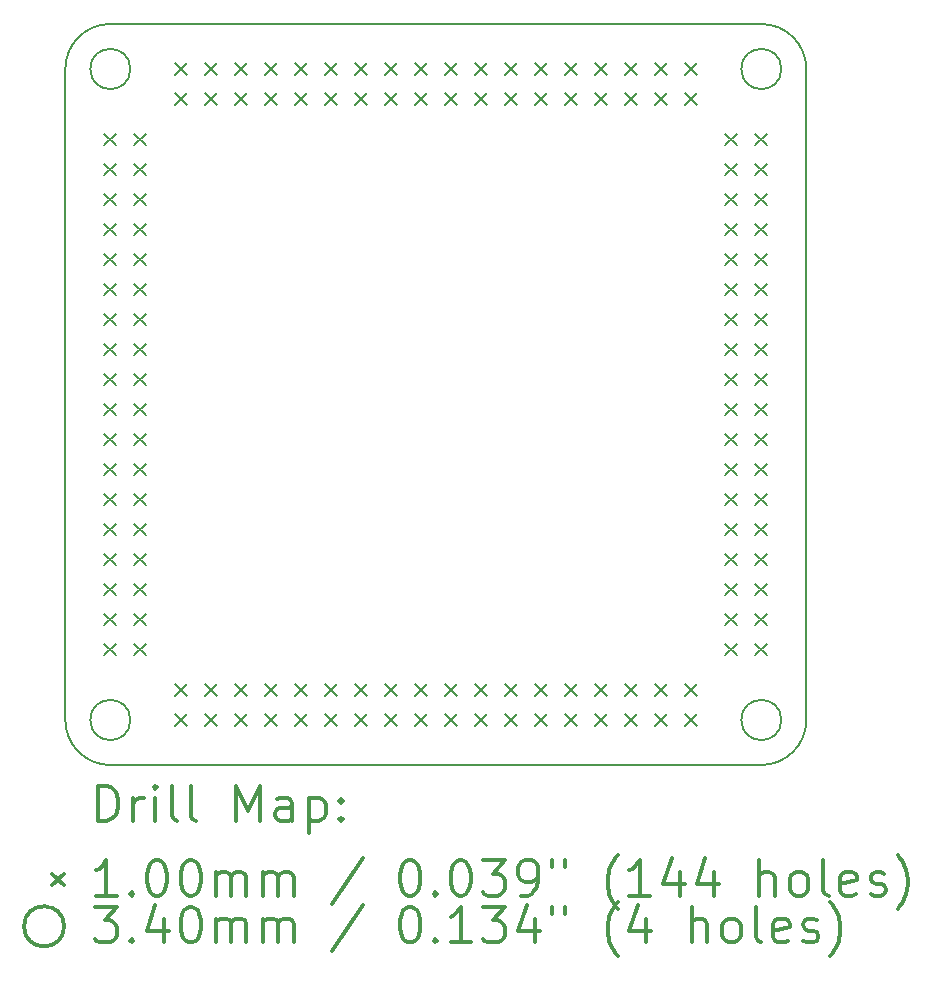
<source format=gbr>
%FSLAX45Y45*%
G04 Gerber Fmt 4.5, Leading zero omitted, Abs format (unit mm)*
G04 Created by KiCad (PCBNEW (5.0.2)-1) date 01/06/19 22:13:31*
%MOMM*%
%LPD*%
G01*
G04 APERTURE LIST*
%ADD10C,0.200000*%
%ADD11C,0.300000*%
G04 APERTURE END LIST*
D10*
X12382500Y-11315700D02*
X12382500Y-5803900D01*
X6489700Y-11696700D02*
X12001500Y-11696700D01*
X6108700Y-5803900D02*
X6108700Y-11315700D01*
X12001500Y-5422900D02*
X6489700Y-5422900D01*
X12001500Y-5422900D02*
G75*
G02X12382500Y-5803900I0J-381000D01*
G01*
X12382500Y-11315700D02*
G75*
G02X12001500Y-11696700I-381000J0D01*
G01*
X6489700Y-11696700D02*
G75*
G02X6108700Y-11315700I0J381000D01*
G01*
X6108700Y-5803900D02*
G75*
G02X6489700Y-5422900I381000J0D01*
G01*
D10*
X6439700Y-6350800D02*
X6539700Y-6450800D01*
X6539700Y-6350800D02*
X6439700Y-6450800D01*
X6439700Y-6604800D02*
X6539700Y-6704800D01*
X6539700Y-6604800D02*
X6439700Y-6704800D01*
X6439700Y-6858800D02*
X6539700Y-6958800D01*
X6539700Y-6858800D02*
X6439700Y-6958800D01*
X6439700Y-7112800D02*
X6539700Y-7212800D01*
X6539700Y-7112800D02*
X6439700Y-7212800D01*
X6439700Y-7366800D02*
X6539700Y-7466800D01*
X6539700Y-7366800D02*
X6439700Y-7466800D01*
X6439700Y-7620800D02*
X6539700Y-7720800D01*
X6539700Y-7620800D02*
X6439700Y-7720800D01*
X6439700Y-7874800D02*
X6539700Y-7974800D01*
X6539700Y-7874800D02*
X6439700Y-7974800D01*
X6439700Y-8128800D02*
X6539700Y-8228800D01*
X6539700Y-8128800D02*
X6439700Y-8228800D01*
X6439700Y-8382800D02*
X6539700Y-8482800D01*
X6539700Y-8382800D02*
X6439700Y-8482800D01*
X6439700Y-8636800D02*
X6539700Y-8736800D01*
X6539700Y-8636800D02*
X6439700Y-8736800D01*
X6439700Y-8890800D02*
X6539700Y-8990800D01*
X6539700Y-8890800D02*
X6439700Y-8990800D01*
X6439700Y-9144800D02*
X6539700Y-9244800D01*
X6539700Y-9144800D02*
X6439700Y-9244800D01*
X6439700Y-9398800D02*
X6539700Y-9498800D01*
X6539700Y-9398800D02*
X6439700Y-9498800D01*
X6439700Y-9652800D02*
X6539700Y-9752800D01*
X6539700Y-9652800D02*
X6439700Y-9752800D01*
X6439700Y-9906800D02*
X6539700Y-10006800D01*
X6539700Y-9906800D02*
X6439700Y-10006800D01*
X6439700Y-10160800D02*
X6539700Y-10260800D01*
X6539700Y-10160800D02*
X6439700Y-10260800D01*
X6439700Y-10414800D02*
X6539700Y-10514800D01*
X6539700Y-10414800D02*
X6439700Y-10514800D01*
X6439700Y-10668800D02*
X6539700Y-10768800D01*
X6539700Y-10668800D02*
X6439700Y-10768800D01*
X6693700Y-6350800D02*
X6793700Y-6450800D01*
X6793700Y-6350800D02*
X6693700Y-6450800D01*
X6693700Y-6604800D02*
X6793700Y-6704800D01*
X6793700Y-6604800D02*
X6693700Y-6704800D01*
X6693700Y-6858800D02*
X6793700Y-6958800D01*
X6793700Y-6858800D02*
X6693700Y-6958800D01*
X6693700Y-7112800D02*
X6793700Y-7212800D01*
X6793700Y-7112800D02*
X6693700Y-7212800D01*
X6693700Y-7366800D02*
X6793700Y-7466800D01*
X6793700Y-7366800D02*
X6693700Y-7466800D01*
X6693700Y-7620800D02*
X6793700Y-7720800D01*
X6793700Y-7620800D02*
X6693700Y-7720800D01*
X6693700Y-7874800D02*
X6793700Y-7974800D01*
X6793700Y-7874800D02*
X6693700Y-7974800D01*
X6693700Y-8128800D02*
X6793700Y-8228800D01*
X6793700Y-8128800D02*
X6693700Y-8228800D01*
X6693700Y-8382800D02*
X6793700Y-8482800D01*
X6793700Y-8382800D02*
X6693700Y-8482800D01*
X6693700Y-8636800D02*
X6793700Y-8736800D01*
X6793700Y-8636800D02*
X6693700Y-8736800D01*
X6693700Y-8890800D02*
X6793700Y-8990800D01*
X6793700Y-8890800D02*
X6693700Y-8990800D01*
X6693700Y-9144800D02*
X6793700Y-9244800D01*
X6793700Y-9144800D02*
X6693700Y-9244800D01*
X6693700Y-9398800D02*
X6793700Y-9498800D01*
X6793700Y-9398800D02*
X6693700Y-9498800D01*
X6693700Y-9652800D02*
X6793700Y-9752800D01*
X6793700Y-9652800D02*
X6693700Y-9752800D01*
X6693700Y-9906800D02*
X6793700Y-10006800D01*
X6793700Y-9906800D02*
X6693700Y-10006800D01*
X6693700Y-10160800D02*
X6793700Y-10260800D01*
X6793700Y-10160800D02*
X6693700Y-10260800D01*
X6693700Y-10414800D02*
X6793700Y-10514800D01*
X6793700Y-10414800D02*
X6693700Y-10514800D01*
X6693700Y-10668800D02*
X6793700Y-10768800D01*
X6793700Y-10668800D02*
X6693700Y-10768800D01*
X7036600Y-5753900D02*
X7136600Y-5853900D01*
X7136600Y-5753900D02*
X7036600Y-5853900D01*
X7036600Y-6007900D02*
X7136600Y-6107900D01*
X7136600Y-6007900D02*
X7036600Y-6107900D01*
X7290600Y-5753900D02*
X7390600Y-5853900D01*
X7390600Y-5753900D02*
X7290600Y-5853900D01*
X7290600Y-6007900D02*
X7390600Y-6107900D01*
X7390600Y-6007900D02*
X7290600Y-6107900D01*
X7544600Y-5753900D02*
X7644600Y-5853900D01*
X7644600Y-5753900D02*
X7544600Y-5853900D01*
X7544600Y-6007900D02*
X7644600Y-6107900D01*
X7644600Y-6007900D02*
X7544600Y-6107900D01*
X7798600Y-5753900D02*
X7898600Y-5853900D01*
X7898600Y-5753900D02*
X7798600Y-5853900D01*
X7798600Y-6007900D02*
X7898600Y-6107900D01*
X7898600Y-6007900D02*
X7798600Y-6107900D01*
X8052600Y-5753900D02*
X8152600Y-5853900D01*
X8152600Y-5753900D02*
X8052600Y-5853900D01*
X8052600Y-6007900D02*
X8152600Y-6107900D01*
X8152600Y-6007900D02*
X8052600Y-6107900D01*
X8306600Y-5753900D02*
X8406600Y-5853900D01*
X8406600Y-5753900D02*
X8306600Y-5853900D01*
X8306600Y-6007900D02*
X8406600Y-6107900D01*
X8406600Y-6007900D02*
X8306600Y-6107900D01*
X8560600Y-5753900D02*
X8660600Y-5853900D01*
X8660600Y-5753900D02*
X8560600Y-5853900D01*
X8560600Y-6007900D02*
X8660600Y-6107900D01*
X8660600Y-6007900D02*
X8560600Y-6107900D01*
X8814600Y-5753900D02*
X8914600Y-5853900D01*
X8914600Y-5753900D02*
X8814600Y-5853900D01*
X8814600Y-6007900D02*
X8914600Y-6107900D01*
X8914600Y-6007900D02*
X8814600Y-6107900D01*
X9068600Y-5753900D02*
X9168600Y-5853900D01*
X9168600Y-5753900D02*
X9068600Y-5853900D01*
X9068600Y-6007900D02*
X9168600Y-6107900D01*
X9168600Y-6007900D02*
X9068600Y-6107900D01*
X9322600Y-5753900D02*
X9422600Y-5853900D01*
X9422600Y-5753900D02*
X9322600Y-5853900D01*
X9322600Y-6007900D02*
X9422600Y-6107900D01*
X9422600Y-6007900D02*
X9322600Y-6107900D01*
X9576600Y-5753900D02*
X9676600Y-5853900D01*
X9676600Y-5753900D02*
X9576600Y-5853900D01*
X9576600Y-6007900D02*
X9676600Y-6107900D01*
X9676600Y-6007900D02*
X9576600Y-6107900D01*
X9830600Y-5753900D02*
X9930600Y-5853900D01*
X9930600Y-5753900D02*
X9830600Y-5853900D01*
X9830600Y-6007900D02*
X9930600Y-6107900D01*
X9930600Y-6007900D02*
X9830600Y-6107900D01*
X10084600Y-5753900D02*
X10184600Y-5853900D01*
X10184600Y-5753900D02*
X10084600Y-5853900D01*
X10084600Y-6007900D02*
X10184600Y-6107900D01*
X10184600Y-6007900D02*
X10084600Y-6107900D01*
X10338600Y-5753900D02*
X10438600Y-5853900D01*
X10438600Y-5753900D02*
X10338600Y-5853900D01*
X10338600Y-6007900D02*
X10438600Y-6107900D01*
X10438600Y-6007900D02*
X10338600Y-6107900D01*
X10592600Y-5753900D02*
X10692600Y-5853900D01*
X10692600Y-5753900D02*
X10592600Y-5853900D01*
X10592600Y-6007900D02*
X10692600Y-6107900D01*
X10692600Y-6007900D02*
X10592600Y-6107900D01*
X10846600Y-5753900D02*
X10946600Y-5853900D01*
X10946600Y-5753900D02*
X10846600Y-5853900D01*
X10846600Y-6007900D02*
X10946600Y-6107900D01*
X10946600Y-6007900D02*
X10846600Y-6107900D01*
X11100600Y-5753900D02*
X11200600Y-5853900D01*
X11200600Y-5753900D02*
X11100600Y-5853900D01*
X11100600Y-6007900D02*
X11200600Y-6107900D01*
X11200600Y-6007900D02*
X11100600Y-6107900D01*
X11354600Y-5753900D02*
X11454600Y-5853900D01*
X11454600Y-5753900D02*
X11354600Y-5853900D01*
X11354600Y-6007900D02*
X11454600Y-6107900D01*
X11454600Y-6007900D02*
X11354600Y-6107900D01*
X11697500Y-6350800D02*
X11797500Y-6450800D01*
X11797500Y-6350800D02*
X11697500Y-6450800D01*
X11697500Y-6604800D02*
X11797500Y-6704800D01*
X11797500Y-6604800D02*
X11697500Y-6704800D01*
X11697500Y-6858800D02*
X11797500Y-6958800D01*
X11797500Y-6858800D02*
X11697500Y-6958800D01*
X11697500Y-7112800D02*
X11797500Y-7212800D01*
X11797500Y-7112800D02*
X11697500Y-7212800D01*
X11697500Y-7366800D02*
X11797500Y-7466800D01*
X11797500Y-7366800D02*
X11697500Y-7466800D01*
X11697500Y-7620800D02*
X11797500Y-7720800D01*
X11797500Y-7620800D02*
X11697500Y-7720800D01*
X11697500Y-7874800D02*
X11797500Y-7974800D01*
X11797500Y-7874800D02*
X11697500Y-7974800D01*
X11697500Y-8128800D02*
X11797500Y-8228800D01*
X11797500Y-8128800D02*
X11697500Y-8228800D01*
X11697500Y-8382800D02*
X11797500Y-8482800D01*
X11797500Y-8382800D02*
X11697500Y-8482800D01*
X11697500Y-8636800D02*
X11797500Y-8736800D01*
X11797500Y-8636800D02*
X11697500Y-8736800D01*
X11697500Y-8890800D02*
X11797500Y-8990800D01*
X11797500Y-8890800D02*
X11697500Y-8990800D01*
X11697500Y-9144800D02*
X11797500Y-9244800D01*
X11797500Y-9144800D02*
X11697500Y-9244800D01*
X11697500Y-9398800D02*
X11797500Y-9498800D01*
X11797500Y-9398800D02*
X11697500Y-9498800D01*
X11697500Y-9652800D02*
X11797500Y-9752800D01*
X11797500Y-9652800D02*
X11697500Y-9752800D01*
X11697500Y-9906800D02*
X11797500Y-10006800D01*
X11797500Y-9906800D02*
X11697500Y-10006800D01*
X11697500Y-10160800D02*
X11797500Y-10260800D01*
X11797500Y-10160800D02*
X11697500Y-10260800D01*
X11697500Y-10414800D02*
X11797500Y-10514800D01*
X11797500Y-10414800D02*
X11697500Y-10514800D01*
X11697500Y-10668800D02*
X11797500Y-10768800D01*
X11797500Y-10668800D02*
X11697500Y-10768800D01*
X11951500Y-6350800D02*
X12051500Y-6450800D01*
X12051500Y-6350800D02*
X11951500Y-6450800D01*
X11951500Y-6604800D02*
X12051500Y-6704800D01*
X12051500Y-6604800D02*
X11951500Y-6704800D01*
X11951500Y-6858800D02*
X12051500Y-6958800D01*
X12051500Y-6858800D02*
X11951500Y-6958800D01*
X11951500Y-7112800D02*
X12051500Y-7212800D01*
X12051500Y-7112800D02*
X11951500Y-7212800D01*
X11951500Y-7366800D02*
X12051500Y-7466800D01*
X12051500Y-7366800D02*
X11951500Y-7466800D01*
X11951500Y-7620800D02*
X12051500Y-7720800D01*
X12051500Y-7620800D02*
X11951500Y-7720800D01*
X11951500Y-7874800D02*
X12051500Y-7974800D01*
X12051500Y-7874800D02*
X11951500Y-7974800D01*
X11951500Y-8128800D02*
X12051500Y-8228800D01*
X12051500Y-8128800D02*
X11951500Y-8228800D01*
X11951500Y-8382800D02*
X12051500Y-8482800D01*
X12051500Y-8382800D02*
X11951500Y-8482800D01*
X11951500Y-8636800D02*
X12051500Y-8736800D01*
X12051500Y-8636800D02*
X11951500Y-8736800D01*
X11951500Y-8890800D02*
X12051500Y-8990800D01*
X12051500Y-8890800D02*
X11951500Y-8990800D01*
X11951500Y-9144800D02*
X12051500Y-9244800D01*
X12051500Y-9144800D02*
X11951500Y-9244800D01*
X11951500Y-9398800D02*
X12051500Y-9498800D01*
X12051500Y-9398800D02*
X11951500Y-9498800D01*
X11951500Y-9652800D02*
X12051500Y-9752800D01*
X12051500Y-9652800D02*
X11951500Y-9752800D01*
X11951500Y-9906800D02*
X12051500Y-10006800D01*
X12051500Y-9906800D02*
X11951500Y-10006800D01*
X11951500Y-10160800D02*
X12051500Y-10260800D01*
X12051500Y-10160800D02*
X11951500Y-10260800D01*
X11951500Y-10414800D02*
X12051500Y-10514800D01*
X12051500Y-10414800D02*
X11951500Y-10514800D01*
X11951500Y-10668800D02*
X12051500Y-10768800D01*
X12051500Y-10668800D02*
X11951500Y-10768800D01*
X7036600Y-11011700D02*
X7136600Y-11111700D01*
X7136600Y-11011700D02*
X7036600Y-11111700D01*
X7036600Y-11265700D02*
X7136600Y-11365700D01*
X7136600Y-11265700D02*
X7036600Y-11365700D01*
X7290600Y-11011700D02*
X7390600Y-11111700D01*
X7390600Y-11011700D02*
X7290600Y-11111700D01*
X7290600Y-11265700D02*
X7390600Y-11365700D01*
X7390600Y-11265700D02*
X7290600Y-11365700D01*
X7544600Y-11011700D02*
X7644600Y-11111700D01*
X7644600Y-11011700D02*
X7544600Y-11111700D01*
X7544600Y-11265700D02*
X7644600Y-11365700D01*
X7644600Y-11265700D02*
X7544600Y-11365700D01*
X7798600Y-11011700D02*
X7898600Y-11111700D01*
X7898600Y-11011700D02*
X7798600Y-11111700D01*
X7798600Y-11265700D02*
X7898600Y-11365700D01*
X7898600Y-11265700D02*
X7798600Y-11365700D01*
X8052600Y-11011700D02*
X8152600Y-11111700D01*
X8152600Y-11011700D02*
X8052600Y-11111700D01*
X8052600Y-11265700D02*
X8152600Y-11365700D01*
X8152600Y-11265700D02*
X8052600Y-11365700D01*
X8306600Y-11011700D02*
X8406600Y-11111700D01*
X8406600Y-11011700D02*
X8306600Y-11111700D01*
X8306600Y-11265700D02*
X8406600Y-11365700D01*
X8406600Y-11265700D02*
X8306600Y-11365700D01*
X8560600Y-11011700D02*
X8660600Y-11111700D01*
X8660600Y-11011700D02*
X8560600Y-11111700D01*
X8560600Y-11265700D02*
X8660600Y-11365700D01*
X8660600Y-11265700D02*
X8560600Y-11365700D01*
X8814600Y-11011700D02*
X8914600Y-11111700D01*
X8914600Y-11011700D02*
X8814600Y-11111700D01*
X8814600Y-11265700D02*
X8914600Y-11365700D01*
X8914600Y-11265700D02*
X8814600Y-11365700D01*
X9068600Y-11011700D02*
X9168600Y-11111700D01*
X9168600Y-11011700D02*
X9068600Y-11111700D01*
X9068600Y-11265700D02*
X9168600Y-11365700D01*
X9168600Y-11265700D02*
X9068600Y-11365700D01*
X9322600Y-11011700D02*
X9422600Y-11111700D01*
X9422600Y-11011700D02*
X9322600Y-11111700D01*
X9322600Y-11265700D02*
X9422600Y-11365700D01*
X9422600Y-11265700D02*
X9322600Y-11365700D01*
X9576600Y-11011700D02*
X9676600Y-11111700D01*
X9676600Y-11011700D02*
X9576600Y-11111700D01*
X9576600Y-11265700D02*
X9676600Y-11365700D01*
X9676600Y-11265700D02*
X9576600Y-11365700D01*
X9830600Y-11011700D02*
X9930600Y-11111700D01*
X9930600Y-11011700D02*
X9830600Y-11111700D01*
X9830600Y-11265700D02*
X9930600Y-11365700D01*
X9930600Y-11265700D02*
X9830600Y-11365700D01*
X10084600Y-11011700D02*
X10184600Y-11111700D01*
X10184600Y-11011700D02*
X10084600Y-11111700D01*
X10084600Y-11265700D02*
X10184600Y-11365700D01*
X10184600Y-11265700D02*
X10084600Y-11365700D01*
X10338600Y-11011700D02*
X10438600Y-11111700D01*
X10438600Y-11011700D02*
X10338600Y-11111700D01*
X10338600Y-11265700D02*
X10438600Y-11365700D01*
X10438600Y-11265700D02*
X10338600Y-11365700D01*
X10592600Y-11011700D02*
X10692600Y-11111700D01*
X10692600Y-11011700D02*
X10592600Y-11111700D01*
X10592600Y-11265700D02*
X10692600Y-11365700D01*
X10692600Y-11265700D02*
X10592600Y-11365700D01*
X10846600Y-11011700D02*
X10946600Y-11111700D01*
X10946600Y-11011700D02*
X10846600Y-11111700D01*
X10846600Y-11265700D02*
X10946600Y-11365700D01*
X10946600Y-11265700D02*
X10846600Y-11365700D01*
X11100600Y-11011700D02*
X11200600Y-11111700D01*
X11200600Y-11011700D02*
X11100600Y-11111700D01*
X11100600Y-11265700D02*
X11200600Y-11365700D01*
X11200600Y-11265700D02*
X11100600Y-11365700D01*
X11354600Y-11011700D02*
X11454600Y-11111700D01*
X11454600Y-11011700D02*
X11354600Y-11111700D01*
X11354600Y-11265700D02*
X11454600Y-11365700D01*
X11454600Y-11265700D02*
X11354600Y-11365700D01*
X6659700Y-5803900D02*
G75*
G03X6659700Y-5803900I-170000J0D01*
G01*
X12171500Y-5803900D02*
G75*
G03X12171500Y-5803900I-170000J0D01*
G01*
X6659700Y-11315700D02*
G75*
G03X6659700Y-11315700I-170000J0D01*
G01*
X12171500Y-11315700D02*
G75*
G03X12171500Y-11315700I-170000J0D01*
G01*
D11*
X6385128Y-12172414D02*
X6385128Y-11872414D01*
X6456557Y-11872414D01*
X6499414Y-11886700D01*
X6527986Y-11915271D01*
X6542271Y-11943843D01*
X6556557Y-12000986D01*
X6556557Y-12043843D01*
X6542271Y-12100986D01*
X6527986Y-12129557D01*
X6499414Y-12158129D01*
X6456557Y-12172414D01*
X6385128Y-12172414D01*
X6685128Y-12172414D02*
X6685128Y-11972414D01*
X6685128Y-12029557D02*
X6699414Y-12000986D01*
X6713700Y-11986700D01*
X6742271Y-11972414D01*
X6770843Y-11972414D01*
X6870843Y-12172414D02*
X6870843Y-11972414D01*
X6870843Y-11872414D02*
X6856557Y-11886700D01*
X6870843Y-11900986D01*
X6885128Y-11886700D01*
X6870843Y-11872414D01*
X6870843Y-11900986D01*
X7056557Y-12172414D02*
X7027986Y-12158129D01*
X7013700Y-12129557D01*
X7013700Y-11872414D01*
X7213700Y-12172414D02*
X7185128Y-12158129D01*
X7170843Y-12129557D01*
X7170843Y-11872414D01*
X7556557Y-12172414D02*
X7556557Y-11872414D01*
X7656557Y-12086700D01*
X7756557Y-11872414D01*
X7756557Y-12172414D01*
X8027986Y-12172414D02*
X8027986Y-12015271D01*
X8013700Y-11986700D01*
X7985128Y-11972414D01*
X7927986Y-11972414D01*
X7899414Y-11986700D01*
X8027986Y-12158129D02*
X7999414Y-12172414D01*
X7927986Y-12172414D01*
X7899414Y-12158129D01*
X7885128Y-12129557D01*
X7885128Y-12100986D01*
X7899414Y-12072414D01*
X7927986Y-12058129D01*
X7999414Y-12058129D01*
X8027986Y-12043843D01*
X8170843Y-11972414D02*
X8170843Y-12272414D01*
X8170843Y-11986700D02*
X8199414Y-11972414D01*
X8256557Y-11972414D01*
X8285128Y-11986700D01*
X8299414Y-12000986D01*
X8313700Y-12029557D01*
X8313700Y-12115271D01*
X8299414Y-12143843D01*
X8285128Y-12158129D01*
X8256557Y-12172414D01*
X8199414Y-12172414D01*
X8170843Y-12158129D01*
X8442271Y-12143843D02*
X8456557Y-12158129D01*
X8442271Y-12172414D01*
X8427986Y-12158129D01*
X8442271Y-12143843D01*
X8442271Y-12172414D01*
X8442271Y-11986700D02*
X8456557Y-12000986D01*
X8442271Y-12015271D01*
X8427986Y-12000986D01*
X8442271Y-11986700D01*
X8442271Y-12015271D01*
X5998700Y-12616700D02*
X6098700Y-12716700D01*
X6098700Y-12616700D02*
X5998700Y-12716700D01*
X6542271Y-12802414D02*
X6370843Y-12802414D01*
X6456557Y-12802414D02*
X6456557Y-12502414D01*
X6427986Y-12545271D01*
X6399414Y-12573843D01*
X6370843Y-12588129D01*
X6670843Y-12773843D02*
X6685128Y-12788129D01*
X6670843Y-12802414D01*
X6656557Y-12788129D01*
X6670843Y-12773843D01*
X6670843Y-12802414D01*
X6870843Y-12502414D02*
X6899414Y-12502414D01*
X6927986Y-12516700D01*
X6942271Y-12530986D01*
X6956557Y-12559557D01*
X6970843Y-12616700D01*
X6970843Y-12688129D01*
X6956557Y-12745271D01*
X6942271Y-12773843D01*
X6927986Y-12788129D01*
X6899414Y-12802414D01*
X6870843Y-12802414D01*
X6842271Y-12788129D01*
X6827986Y-12773843D01*
X6813700Y-12745271D01*
X6799414Y-12688129D01*
X6799414Y-12616700D01*
X6813700Y-12559557D01*
X6827986Y-12530986D01*
X6842271Y-12516700D01*
X6870843Y-12502414D01*
X7156557Y-12502414D02*
X7185128Y-12502414D01*
X7213700Y-12516700D01*
X7227986Y-12530986D01*
X7242271Y-12559557D01*
X7256557Y-12616700D01*
X7256557Y-12688129D01*
X7242271Y-12745271D01*
X7227986Y-12773843D01*
X7213700Y-12788129D01*
X7185128Y-12802414D01*
X7156557Y-12802414D01*
X7127986Y-12788129D01*
X7113700Y-12773843D01*
X7099414Y-12745271D01*
X7085128Y-12688129D01*
X7085128Y-12616700D01*
X7099414Y-12559557D01*
X7113700Y-12530986D01*
X7127986Y-12516700D01*
X7156557Y-12502414D01*
X7385128Y-12802414D02*
X7385128Y-12602414D01*
X7385128Y-12630986D02*
X7399414Y-12616700D01*
X7427986Y-12602414D01*
X7470843Y-12602414D01*
X7499414Y-12616700D01*
X7513700Y-12645271D01*
X7513700Y-12802414D01*
X7513700Y-12645271D02*
X7527986Y-12616700D01*
X7556557Y-12602414D01*
X7599414Y-12602414D01*
X7627986Y-12616700D01*
X7642271Y-12645271D01*
X7642271Y-12802414D01*
X7785128Y-12802414D02*
X7785128Y-12602414D01*
X7785128Y-12630986D02*
X7799414Y-12616700D01*
X7827986Y-12602414D01*
X7870843Y-12602414D01*
X7899414Y-12616700D01*
X7913700Y-12645271D01*
X7913700Y-12802414D01*
X7913700Y-12645271D02*
X7927986Y-12616700D01*
X7956557Y-12602414D01*
X7999414Y-12602414D01*
X8027986Y-12616700D01*
X8042271Y-12645271D01*
X8042271Y-12802414D01*
X8627986Y-12488129D02*
X8370843Y-12873843D01*
X9013700Y-12502414D02*
X9042271Y-12502414D01*
X9070843Y-12516700D01*
X9085128Y-12530986D01*
X9099414Y-12559557D01*
X9113700Y-12616700D01*
X9113700Y-12688129D01*
X9099414Y-12745271D01*
X9085128Y-12773843D01*
X9070843Y-12788129D01*
X9042271Y-12802414D01*
X9013700Y-12802414D01*
X8985128Y-12788129D01*
X8970843Y-12773843D01*
X8956557Y-12745271D01*
X8942271Y-12688129D01*
X8942271Y-12616700D01*
X8956557Y-12559557D01*
X8970843Y-12530986D01*
X8985128Y-12516700D01*
X9013700Y-12502414D01*
X9242271Y-12773843D02*
X9256557Y-12788129D01*
X9242271Y-12802414D01*
X9227986Y-12788129D01*
X9242271Y-12773843D01*
X9242271Y-12802414D01*
X9442271Y-12502414D02*
X9470843Y-12502414D01*
X9499414Y-12516700D01*
X9513700Y-12530986D01*
X9527986Y-12559557D01*
X9542271Y-12616700D01*
X9542271Y-12688129D01*
X9527986Y-12745271D01*
X9513700Y-12773843D01*
X9499414Y-12788129D01*
X9470843Y-12802414D01*
X9442271Y-12802414D01*
X9413700Y-12788129D01*
X9399414Y-12773843D01*
X9385128Y-12745271D01*
X9370843Y-12688129D01*
X9370843Y-12616700D01*
X9385128Y-12559557D01*
X9399414Y-12530986D01*
X9413700Y-12516700D01*
X9442271Y-12502414D01*
X9642271Y-12502414D02*
X9827986Y-12502414D01*
X9727986Y-12616700D01*
X9770843Y-12616700D01*
X9799414Y-12630986D01*
X9813700Y-12645271D01*
X9827986Y-12673843D01*
X9827986Y-12745271D01*
X9813700Y-12773843D01*
X9799414Y-12788129D01*
X9770843Y-12802414D01*
X9685128Y-12802414D01*
X9656557Y-12788129D01*
X9642271Y-12773843D01*
X9970843Y-12802414D02*
X10027986Y-12802414D01*
X10056557Y-12788129D01*
X10070843Y-12773843D01*
X10099414Y-12730986D01*
X10113700Y-12673843D01*
X10113700Y-12559557D01*
X10099414Y-12530986D01*
X10085128Y-12516700D01*
X10056557Y-12502414D01*
X9999414Y-12502414D01*
X9970843Y-12516700D01*
X9956557Y-12530986D01*
X9942271Y-12559557D01*
X9942271Y-12630986D01*
X9956557Y-12659557D01*
X9970843Y-12673843D01*
X9999414Y-12688129D01*
X10056557Y-12688129D01*
X10085128Y-12673843D01*
X10099414Y-12659557D01*
X10113700Y-12630986D01*
X10227986Y-12502414D02*
X10227986Y-12559557D01*
X10342271Y-12502414D02*
X10342271Y-12559557D01*
X10785128Y-12916700D02*
X10770843Y-12902414D01*
X10742271Y-12859557D01*
X10727986Y-12830986D01*
X10713700Y-12788129D01*
X10699414Y-12716700D01*
X10699414Y-12659557D01*
X10713700Y-12588129D01*
X10727986Y-12545271D01*
X10742271Y-12516700D01*
X10770843Y-12473843D01*
X10785128Y-12459557D01*
X11056557Y-12802414D02*
X10885128Y-12802414D01*
X10970843Y-12802414D02*
X10970843Y-12502414D01*
X10942271Y-12545271D01*
X10913700Y-12573843D01*
X10885128Y-12588129D01*
X11313700Y-12602414D02*
X11313700Y-12802414D01*
X11242271Y-12488129D02*
X11170843Y-12702414D01*
X11356557Y-12702414D01*
X11599414Y-12602414D02*
X11599414Y-12802414D01*
X11527986Y-12488129D02*
X11456557Y-12702414D01*
X11642271Y-12702414D01*
X11985128Y-12802414D02*
X11985128Y-12502414D01*
X12113700Y-12802414D02*
X12113700Y-12645271D01*
X12099414Y-12616700D01*
X12070843Y-12602414D01*
X12027986Y-12602414D01*
X11999414Y-12616700D01*
X11985128Y-12630986D01*
X12299414Y-12802414D02*
X12270843Y-12788129D01*
X12256557Y-12773843D01*
X12242271Y-12745271D01*
X12242271Y-12659557D01*
X12256557Y-12630986D01*
X12270843Y-12616700D01*
X12299414Y-12602414D01*
X12342271Y-12602414D01*
X12370843Y-12616700D01*
X12385128Y-12630986D01*
X12399414Y-12659557D01*
X12399414Y-12745271D01*
X12385128Y-12773843D01*
X12370843Y-12788129D01*
X12342271Y-12802414D01*
X12299414Y-12802414D01*
X12570843Y-12802414D02*
X12542271Y-12788129D01*
X12527986Y-12759557D01*
X12527986Y-12502414D01*
X12799414Y-12788129D02*
X12770843Y-12802414D01*
X12713700Y-12802414D01*
X12685128Y-12788129D01*
X12670843Y-12759557D01*
X12670843Y-12645271D01*
X12685128Y-12616700D01*
X12713700Y-12602414D01*
X12770843Y-12602414D01*
X12799414Y-12616700D01*
X12813700Y-12645271D01*
X12813700Y-12673843D01*
X12670843Y-12702414D01*
X12927986Y-12788129D02*
X12956557Y-12802414D01*
X13013700Y-12802414D01*
X13042271Y-12788129D01*
X13056557Y-12759557D01*
X13056557Y-12745271D01*
X13042271Y-12716700D01*
X13013700Y-12702414D01*
X12970843Y-12702414D01*
X12942271Y-12688129D01*
X12927986Y-12659557D01*
X12927986Y-12645271D01*
X12942271Y-12616700D01*
X12970843Y-12602414D01*
X13013700Y-12602414D01*
X13042271Y-12616700D01*
X13156557Y-12916700D02*
X13170843Y-12902414D01*
X13199414Y-12859557D01*
X13213700Y-12830986D01*
X13227986Y-12788129D01*
X13242271Y-12716700D01*
X13242271Y-12659557D01*
X13227986Y-12588129D01*
X13213700Y-12545271D01*
X13199414Y-12516700D01*
X13170843Y-12473843D01*
X13156557Y-12459557D01*
X6098700Y-13062700D02*
G75*
G03X6098700Y-13062700I-170000J0D01*
G01*
X6356557Y-12898414D02*
X6542271Y-12898414D01*
X6442271Y-13012700D01*
X6485128Y-13012700D01*
X6513700Y-13026986D01*
X6527986Y-13041271D01*
X6542271Y-13069843D01*
X6542271Y-13141271D01*
X6527986Y-13169843D01*
X6513700Y-13184129D01*
X6485128Y-13198414D01*
X6399414Y-13198414D01*
X6370843Y-13184129D01*
X6356557Y-13169843D01*
X6670843Y-13169843D02*
X6685128Y-13184129D01*
X6670843Y-13198414D01*
X6656557Y-13184129D01*
X6670843Y-13169843D01*
X6670843Y-13198414D01*
X6942271Y-12998414D02*
X6942271Y-13198414D01*
X6870843Y-12884129D02*
X6799414Y-13098414D01*
X6985128Y-13098414D01*
X7156557Y-12898414D02*
X7185128Y-12898414D01*
X7213700Y-12912700D01*
X7227986Y-12926986D01*
X7242271Y-12955557D01*
X7256557Y-13012700D01*
X7256557Y-13084129D01*
X7242271Y-13141271D01*
X7227986Y-13169843D01*
X7213700Y-13184129D01*
X7185128Y-13198414D01*
X7156557Y-13198414D01*
X7127986Y-13184129D01*
X7113700Y-13169843D01*
X7099414Y-13141271D01*
X7085128Y-13084129D01*
X7085128Y-13012700D01*
X7099414Y-12955557D01*
X7113700Y-12926986D01*
X7127986Y-12912700D01*
X7156557Y-12898414D01*
X7385128Y-13198414D02*
X7385128Y-12998414D01*
X7385128Y-13026986D02*
X7399414Y-13012700D01*
X7427986Y-12998414D01*
X7470843Y-12998414D01*
X7499414Y-13012700D01*
X7513700Y-13041271D01*
X7513700Y-13198414D01*
X7513700Y-13041271D02*
X7527986Y-13012700D01*
X7556557Y-12998414D01*
X7599414Y-12998414D01*
X7627986Y-13012700D01*
X7642271Y-13041271D01*
X7642271Y-13198414D01*
X7785128Y-13198414D02*
X7785128Y-12998414D01*
X7785128Y-13026986D02*
X7799414Y-13012700D01*
X7827986Y-12998414D01*
X7870843Y-12998414D01*
X7899414Y-13012700D01*
X7913700Y-13041271D01*
X7913700Y-13198414D01*
X7913700Y-13041271D02*
X7927986Y-13012700D01*
X7956557Y-12998414D01*
X7999414Y-12998414D01*
X8027986Y-13012700D01*
X8042271Y-13041271D01*
X8042271Y-13198414D01*
X8627986Y-12884129D02*
X8370843Y-13269843D01*
X9013700Y-12898414D02*
X9042271Y-12898414D01*
X9070843Y-12912700D01*
X9085128Y-12926986D01*
X9099414Y-12955557D01*
X9113700Y-13012700D01*
X9113700Y-13084129D01*
X9099414Y-13141271D01*
X9085128Y-13169843D01*
X9070843Y-13184129D01*
X9042271Y-13198414D01*
X9013700Y-13198414D01*
X8985128Y-13184129D01*
X8970843Y-13169843D01*
X8956557Y-13141271D01*
X8942271Y-13084129D01*
X8942271Y-13012700D01*
X8956557Y-12955557D01*
X8970843Y-12926986D01*
X8985128Y-12912700D01*
X9013700Y-12898414D01*
X9242271Y-13169843D02*
X9256557Y-13184129D01*
X9242271Y-13198414D01*
X9227986Y-13184129D01*
X9242271Y-13169843D01*
X9242271Y-13198414D01*
X9542271Y-13198414D02*
X9370843Y-13198414D01*
X9456557Y-13198414D02*
X9456557Y-12898414D01*
X9427986Y-12941271D01*
X9399414Y-12969843D01*
X9370843Y-12984129D01*
X9642271Y-12898414D02*
X9827986Y-12898414D01*
X9727986Y-13012700D01*
X9770843Y-13012700D01*
X9799414Y-13026986D01*
X9813700Y-13041271D01*
X9827986Y-13069843D01*
X9827986Y-13141271D01*
X9813700Y-13169843D01*
X9799414Y-13184129D01*
X9770843Y-13198414D01*
X9685128Y-13198414D01*
X9656557Y-13184129D01*
X9642271Y-13169843D01*
X10085128Y-12998414D02*
X10085128Y-13198414D01*
X10013700Y-12884129D02*
X9942271Y-13098414D01*
X10127986Y-13098414D01*
X10227986Y-12898414D02*
X10227986Y-12955557D01*
X10342271Y-12898414D02*
X10342271Y-12955557D01*
X10785128Y-13312700D02*
X10770843Y-13298414D01*
X10742271Y-13255557D01*
X10727986Y-13226986D01*
X10713700Y-13184129D01*
X10699414Y-13112700D01*
X10699414Y-13055557D01*
X10713700Y-12984129D01*
X10727986Y-12941271D01*
X10742271Y-12912700D01*
X10770843Y-12869843D01*
X10785128Y-12855557D01*
X11027986Y-12998414D02*
X11027986Y-13198414D01*
X10956557Y-12884129D02*
X10885128Y-13098414D01*
X11070843Y-13098414D01*
X11413700Y-13198414D02*
X11413700Y-12898414D01*
X11542271Y-13198414D02*
X11542271Y-13041271D01*
X11527986Y-13012700D01*
X11499414Y-12998414D01*
X11456557Y-12998414D01*
X11427986Y-13012700D01*
X11413700Y-13026986D01*
X11727986Y-13198414D02*
X11699414Y-13184129D01*
X11685128Y-13169843D01*
X11670843Y-13141271D01*
X11670843Y-13055557D01*
X11685128Y-13026986D01*
X11699414Y-13012700D01*
X11727986Y-12998414D01*
X11770843Y-12998414D01*
X11799414Y-13012700D01*
X11813700Y-13026986D01*
X11827986Y-13055557D01*
X11827986Y-13141271D01*
X11813700Y-13169843D01*
X11799414Y-13184129D01*
X11770843Y-13198414D01*
X11727986Y-13198414D01*
X11999414Y-13198414D02*
X11970843Y-13184129D01*
X11956557Y-13155557D01*
X11956557Y-12898414D01*
X12227986Y-13184129D02*
X12199414Y-13198414D01*
X12142271Y-13198414D01*
X12113700Y-13184129D01*
X12099414Y-13155557D01*
X12099414Y-13041271D01*
X12113700Y-13012700D01*
X12142271Y-12998414D01*
X12199414Y-12998414D01*
X12227986Y-13012700D01*
X12242271Y-13041271D01*
X12242271Y-13069843D01*
X12099414Y-13098414D01*
X12356557Y-13184129D02*
X12385128Y-13198414D01*
X12442271Y-13198414D01*
X12470843Y-13184129D01*
X12485128Y-13155557D01*
X12485128Y-13141271D01*
X12470843Y-13112700D01*
X12442271Y-13098414D01*
X12399414Y-13098414D01*
X12370843Y-13084129D01*
X12356557Y-13055557D01*
X12356557Y-13041271D01*
X12370843Y-13012700D01*
X12399414Y-12998414D01*
X12442271Y-12998414D01*
X12470843Y-13012700D01*
X12585128Y-13312700D02*
X12599414Y-13298414D01*
X12627986Y-13255557D01*
X12642271Y-13226986D01*
X12656557Y-13184129D01*
X12670843Y-13112700D01*
X12670843Y-13055557D01*
X12656557Y-12984129D01*
X12642271Y-12941271D01*
X12627986Y-12912700D01*
X12599414Y-12869843D01*
X12585128Y-12855557D01*
M02*

</source>
